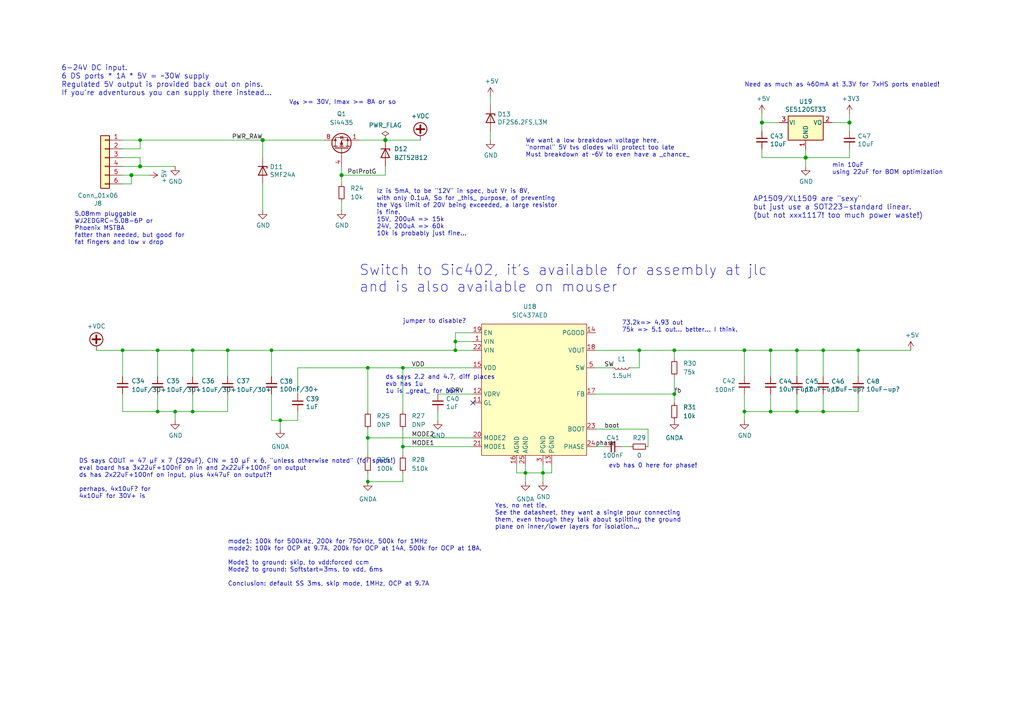
<source format=kicad_sch>
(kicad_sch (version 20211123) (generator eeschema)
  (paper "A4")
  (lib_symbols
    (symbol "Connector_Generic:Conn_01x06" (pin_names (offset 1.016) hide)
      (property "Reference" "J" (at 0 7.62 0))
      (property "Value" "Conn_01x06" (at 0 -10.16 0))
      (symbol "Conn_01x06_1_1"
        (rectangle (start -1.27 -7.493) (end 0 -7.747) (stroke (width 0.1524)))
        (rectangle (start -1.27 -4.953) (end 0 -5.207) (stroke (width 0.1524)))
        (rectangle (start -1.27 -2.413) (end 0 -2.667) (stroke (width 0.1524)))
        (rectangle (start -1.27 0.127) (end 0 -0.127) (stroke (width 0.1524)))
        (rectangle (start -1.27 2.667) (end 0 2.413) (stroke (width 0.1524)))
        (rectangle (start -1.27 5.207) (end 0 4.953) (stroke (width 0.1524)))
        (rectangle (start -1.27 6.35) (end 1.27 -8.89) (stroke (width 0.254)) (fill (type background)))
        (pin passive line (at -5.08 5.08 0) (length 3.81) (name "Pin_1") (number "1"))
        (pin passive line (at -5.08 2.54 0) (length 3.81) (name "Pin_2") (number "2"))
        (pin passive line (at -5.08 0 0) (length 3.81) (name "Pin_3") (number "3"))
        (pin passive line (at -5.08 -2.54 0) (length 3.81) (name "Pin_4") (number "4"))
        (pin passive line (at -5.08 -5.08 0) (length 3.81) (name "Pin_5") (number "5"))
        (pin passive line (at -5.08 -7.62 0) (length 3.81) (name "Pin_6") (number "6"))
      )
    )
    (symbol "Device:C_Small" (pin_numbers hide) (pin_names (offset 0.254) hide)
      (property "Reference" "C" (at 0.254 1.778 0))
      (property "Value" "C_Small" (at 0.254 -2.032 0))
      (symbol "C_Small_0_1"
        (polyline (pts (xy -1.524 -0.508) (xy 1.524 -0.508)) (stroke (width 0.3302)))
        (polyline (pts (xy -1.524 0.508) (xy 1.524 0.508)) (stroke (width 0.3048)))
      )
      (symbol "C_Small_1_1"
        (pin passive line (at 0 2.54 270) (length 2.032) (name "~") (number "1"))
        (pin passive line (at 0 -2.54 90) (length 2.032) (name "~") (number "2"))
      )
    )
    (symbol "Device:D_Zener" (pin_numbers hide) (pin_names (offset 1.016) hide)
      (property "Reference" "D" (at 0 2.54 0))
      (property "Value" "D_Zener" (at 0 -2.54 0))
      (symbol "D_Zener_0_1"
        (polyline (pts (xy 1.27 0) (xy -1.27 0)))
        (polyline (pts (xy -1.27 -1.27) (xy -1.27 1.27) (xy -0.762 1.27)) (stroke (width 0.254)))
        (polyline (pts (xy 1.27 -1.27) (xy 1.27 1.27) (xy -1.27 0) (xy 1.27 -1.27)) (stroke (width 0.254)))
      )
      (symbol "D_Zener_1_1"
        (pin passive line (at -3.81 0 0) (length 2.54) (name "K") (number "1"))
        (pin passive line (at 3.81 0 180) (length 2.54) (name "A") (number "2"))
      )
    )
    (symbol "Device:L_Small" (pin_numbers hide) (pin_names (offset 0.254) hide)
      (property "Reference" "L" (at 0.762 1.016 0))
      (property "Value" "L_Small" (at 0.762 -1.016 0))
      (symbol "L_Small_0_1"
        (arc (start 0 -2.032) (mid 0.508 -1.524) (end 0 -1.016))
        (arc (start 0 -1.016) (mid 0.508 -0.508) (end 0 0))
        (arc (start 0 0) (mid 0.508 0.508) (end 0 1.016))
        (arc (start 0 1.016) (mid 0.508 1.524) (end 0 2.032))
      )
      (symbol "L_Small_1_1"
        (pin passive line (at 0 2.54 270) (length 0.508) (name "~") (number "1"))
        (pin passive line (at 0 -2.54 90) (length 0.508) (name "~") (number "2"))
      )
    )
    (symbol "Device:R_Small" (pin_numbers hide) (pin_names (offset 0.254) hide)
      (property "Reference" "R" (at 0.762 0.508 0))
      (property "Value" "R_Small" (at 0.762 -1.016 0))
      (symbol "R_Small_0_1"
        (rectangle (start -0.762 1.778) (end 0.762 -1.778) (stroke (width 0.2032)))
      )
      (symbol "R_Small_1_1"
        (pin passive line (at 0 2.54 270) (length 0.762) (name "~") (number "1"))
        (pin passive line (at 0 -2.54 90) (length 0.762) (name "~") (number "2"))
      )
    )
    (symbol "Diode:BZT52Bxx" (pin_numbers hide) (pin_names (offset 1.016) hide)
      (property "Reference" "D" (at 0 2.54 0))
      (property "Value" "BZT52Bxx" (at 0 -2.54 0))
      (symbol "BZT52Bxx_0_1"
        (polyline (pts (xy 1.27 0) (xy -1.27 0)))
        (polyline (pts (xy -1.27 -1.27) (xy -1.27 1.27) (xy -0.762 1.27)) (stroke (width 0.254)))
        (polyline (pts (xy 1.27 -1.27) (xy 1.27 1.27) (xy -1.27 0) (xy 1.27 -1.27)) (stroke (width 0.254)))
      )
      (symbol "BZT52Bxx_1_1"
        (pin passive line (at -3.81 0 0) (length 2.54) (name "K") (number "1"))
        (pin passive line (at 3.81 0 180) (length 2.54) (name "A") (number "2"))
      )
    )
    (symbol "Regulator_Linear:AMS1117-3.3" (pin_names (offset 0.254))
      (property "Reference" "U" (at -3.81 3.175 0))
      (property "Value" "AMS1117-3.3" (at 0 3.175 0))
      (symbol "AMS1117-3.3_0_1"
        (rectangle (start -5.08 -5.08) (end 5.08 1.905) (stroke (width 0.254)) (fill (type background)))
      )
      (symbol "AMS1117-3.3_1_1"
        (pin power_in line (at 0 -7.62 90) (length 2.54) (name "GND") (number "1"))
        (pin power_out line (at 7.62 0 180) (length 2.54) (name "VO") (number "2"))
        (pin power_in line (at -7.62 0 0) (length 2.54) (name "VI") (number "3"))
      )
    )
    (symbol "Regulator_Switching:SiC437AED"
      (property "Reference" "U" (at 15.24 20.32 0))
      (property "Value" "SiC437AED" (at -15.24 20.32 0))
      (symbol "SiC437AED_0_0"
        (pin passive line (at -17.78 -5.08 0) (length 2.54) hide (name "GL") (number "10"))
        (pin input line (at -17.78 -5.08 0) (length 2.54) (name "GL") (number "11"))
        (pin input line (at -17.78 -2.54 0) (length 2.54) (name "VDRV") (number "12"))
        (pin power_in line (at 5.08 -22.86 90) (length 2.54) (name "PGND") (number "13"))
        (pin input line (at -17.78 15.24 0) (length 2.54) (name "EN") (number "19"))
        (pin passive line (at -17.78 -5.08 0) (length 2.54) hide (name "GL") (number "28"))
        (pin input line (at 17.78 5.08 180) (length 2.54) (name "SW") (number "5"))
      )
      (symbol "SiC437AED_0_1"
        (rectangle (start -15.24 17.78) (end 15.24 -20.32) (stroke (width 0.1524)) (fill (type background)))
      )
      (symbol "SiC437AED_1_1"
        (pin power_in line (at -17.78 12.7 0) (length 2.54) (name "VIN") (number "1"))
        (pin output line (at 17.78 15.24 180) (length 2.54) (name "PGOOD") (number "14"))
        (pin power_in line (at -17.78 5.08 0) (length 2.54) (name "VDD") (number "15"))
        (pin power_in line (at -5.08 -22.86 90) (length 2.54) (name "AGND") (number "16"))
        (pin input line (at 17.78 -2.54 180) (length 2.54) (name "FB") (number "17"))
        (pin power_out line (at 17.78 10.16 180) (length 2.54) (name "VOUT") (number "18"))
        (pin input line (at -17.78 -15.24 0) (length 2.54) (name "MODE2") (number "20"))
        (pin input line (at -17.78 -17.78 0) (length 2.54) (name "MODE1") (number "21"))
        (pin power_in line (at -17.78 10.16 0) (length 2.54) (name "VIN") (number "22"))
        (pin input line (at 17.78 -12.7 180) (length 2.54) (name "BOOT") (number "23"))
        (pin input line (at 17.78 -17.78 180) (length 2.54) (name "PHASE") (number "24"))
        (pin power_in line (at -2.54 -22.86 90) (length 2.54) (name "AGND") (number "25"))
        (pin power_in line (at 2.54 -22.86 90) (length 2.54) (name "PGND") (number "3"))
      )
    )
    (symbol "Transistor_FET:IRF7404" (pin_names hide)
      (property "Reference" "Q" (at 5.08 1.905 0))
      (property "Value" "IRF7404" (at 5.08 0 0))
      (symbol "IRF7404_0_1"
        (polyline (pts (xy 0.254 0) (xy -2.54 0)))
        (polyline (pts (xy 0.254 1.905) (xy 0.254 -1.905)) (stroke (width 0.254)))
        (polyline (pts (xy 0.762 -1.27) (xy 0.762 -2.286)) (stroke (width 0.254)))
        (polyline (pts (xy 0.762 0.508) (xy 0.762 -0.508)) (stroke (width 0.254)))
        (polyline (pts (xy 0.762 2.286) (xy 0.762 1.27)) (stroke (width 0.254)))
        (polyline (pts (xy 2.54 2.54) (xy 2.54 1.778)))
        (polyline (pts (xy 2.54 -2.54) (xy 2.54 0) (xy 0.762 0)))
        (polyline (pts (xy 0.762 1.778) (xy 3.302 1.778) (xy 3.302 -1.778) (xy 0.762 -1.778)))
        (polyline (pts (xy 2.286 0) (xy 1.27 0.381) (xy 1.27 -0.381) (xy 2.286 0)) (fill (type outline)))
        (polyline (pts (xy 2.794 -0.508) (xy 2.921 -0.381) (xy 3.683 -0.381) (xy 3.81 -0.254)))
        (polyline (pts (xy 3.302 -0.381) (xy 2.921 0.254) (xy 3.683 0.254) (xy 3.302 -0.381)))
        (circle (center 1.651 0) (radius 2.794) (stroke (width 0.254)))
        (circle (center 2.54 -1.778) (radius 0.254) (fill (type outline)))
        (circle (center 2.54 1.778) (radius 0.254) (fill (type outline)))
      )
      (symbol "IRF7404_1_1"
        (pin passive line (at 2.54 -5.08 90) (length 2.54) (name "S") (number "1"))
        (pin passive line (at 2.54 -5.08 90) (length 2.54) hide (name "S") (number "2"))
        (pin passive line (at 2.54 -5.08 90) (length 2.54) hide (name "S") (number "3"))
        (pin passive line (at -5.08 0 0) (length 2.54) (name "G") (number "4"))
        (pin passive line (at 2.54 5.08 270) (length 2.54) hide (name "D") (number "5"))
        (pin passive line (at 2.54 5.08 270) (length 2.54) hide (name "D") (number "6"))
        (pin passive line (at 2.54 5.08 270) (length 2.54) hide (name "D") (number "7"))
        (pin passive line (at 2.54 5.08 270) (length 2.54) (name "D") (number "8"))
      )
    )
    (symbol "power:+3V3" (power) (pin_names (offset 0))
      (property "Value" "+3V3" (at 0 3.556 0))
      (symbol "+3V3_0_1"
        (polyline (pts (xy -0.762 1.27) (xy 0 2.54)))
        (polyline (pts (xy 0 0) (xy 0 2.54)))
        (polyline (pts (xy 0 2.54) (xy 0.762 1.27)))
      )
      (symbol "+3V3_1_1"
        (pin power_in line (at 0 0 90) (length 0) hide (name "+3V3") (number "1"))
      )
    )
    (symbol "power:+5V" (power) (pin_names (offset 0))
      (property "Value" "+5V" (at 0 3.556 0))
      (symbol "+5V_0_1"
        (polyline (pts (xy -0.762 1.27) (xy 0 2.54)))
        (polyline (pts (xy 0 0) (xy 0 2.54)))
        (polyline (pts (xy 0 2.54) (xy 0.762 1.27)))
      )
      (symbol "+5V_1_1"
        (pin power_in line (at 0 0 90) (length 0) hide (name "+5V") (number "1"))
      )
    )
    (symbol "power:+VDC" (power) (pin_names (offset 0))
      (property "Value" "+VDC" (at 0 6.35 0))
      (symbol "+VDC_0_1"
        (polyline (pts (xy -1.143 3.175) (xy 1.143 3.175)) (stroke (width 0.508)))
        (polyline (pts (xy 0 0) (xy 0 1.27)))
        (polyline (pts (xy 0 2.032) (xy 0 4.318)) (stroke (width 0.508)))
        (circle (center 0 3.175) (radius 1.905) (stroke (width 0.254)))
      )
      (symbol "+VDC_1_1"
        (pin power_in line (at 0 0 90) (length 0) hide (name "+VDC") (number "1"))
      )
    )
    (symbol "power:GND" (power) (pin_names (offset 0))
      (property "Value" "GND" (at 0 -3.81 0))
      (symbol "GND_0_1"
        (polyline (pts (xy 0 0) (xy 0 -1.27) (xy 1.27 -1.27) (xy 0 -2.54) (xy -1.27 -1.27) (xy 0 -1.27)))
      )
      (symbol "GND_1_1"
        (pin power_in line (at 0 0 270) (length 0) hide (name "GND") (number "1"))
      )
    )
    (symbol "power:GNDA" (power) (pin_names (offset 0))
      (property "Value" "GNDA" (at 0 -3.81 0))
      (symbol "GNDA_0_1"
        (polyline (pts (xy 0 0) (xy 0 -1.27) (xy 1.27 -1.27) (xy 0 -2.54) (xy -1.27 -1.27) (xy 0 -1.27)))
      )
      (symbol "GNDA_1_1"
        (pin power_in line (at 0 0 270) (length 0) hide (name "GNDA") (number "1"))
      )
    )
    (symbol "power:PWR_FLAG" (power) (pin_numbers hide) (pin_names (offset 0) hide)
      (property "Value" "PWR_FLAG" (at 0 3.81 0))
      (symbol "PWR_FLAG_0_0"
        (pin power_out line (at 0 0 90) (length 0) (name "pwr") (number "1"))
      )
      (symbol "PWR_FLAG_0_1"
        (polyline (pts (xy 0 0) (xy 0 1.27) (xy -1.016 1.905) (xy 0 2.54) (xy 1.016 1.905) (xy 0 1.27)))
      )
    )
  )
  (junction (at 231.14 119.38))
  (junction (at 195.58 101.6))
  (junction (at 233.68 45.72) (diameter 1.016))
  (junction (at 132.08 101.6))
  (junction (at 55.88 101.6))
  (junction (at 81.28 121.92))
  (junction (at 157.48 137.16))
  (junction (at 231.14 101.6))
  (junction (at 38.1 50.8) (diameter 1.016))
  (junction (at 78.74 101.6))
  (junction (at 220.98 35.56) (diameter 1.016))
  (junction (at 223.52 101.6))
  (junction (at 195.58 114.3))
  (junction (at 152.4 137.16))
  (junction (at 215.9 101.6))
  (junction (at 106.68 127))
  (junction (at 66.04 101.6))
  (junction (at 35.56 101.6))
  (junction (at 215.9 119.38))
  (junction (at 55.88 119.38))
  (junction (at 106.68 139.7))
  (junction (at 45.72 101.6))
  (junction (at 45.72 119.38))
  (junction (at 223.52 119.38))
  (junction (at 76.2 40.64) (diameter 1.016))
  (junction (at 116.84 106.68))
  (junction (at 132.08 99.06))
  (junction (at 238.76 119.38))
  (junction (at 40.64 48.26) (diameter 1.016))
  (junction (at 238.76 101.6))
  (junction (at 246.38 35.56) (diameter 1.016))
  (junction (at 106.68 106.68))
  (junction (at 185.42 101.6))
  (junction (at 50.8 119.38))
  (junction (at 116.84 129.54))
  (junction (at 248.92 101.6))
  (junction (at 111.76 40.64) (diameter 1.016))
  (junction (at 99.06 50.8) (diameter 1.016))
  (junction (at 40.64 40.64))
  (no_connect (at 137.16 116.84))
  (wire (pts (xy 223.52 101.6) (xy 223.52 109.22)))
  (wire (pts (xy 86.36 119.38) (xy 86.36 121.92)))
  (wire (pts (xy 180.34 129.54) (xy 182.88 129.54)))
  (wire (pts (xy 106.68 137.16) (xy 106.68 139.7)))
  (wire (pts (xy 76.2 45.72) (xy 76.2 40.64)))
  (wire (pts (xy 160.02 134.62) (xy 160.02 137.16)))
  (wire (pts (xy 55.88 119.38) (xy 66.04 119.38)))
  (wire (pts (xy 182.88 106.68) (xy 185.42 106.68)))
  (wire (pts (xy 238.76 101.6) (xy 248.92 101.6)))
  (wire (pts (xy 66.04 101.6) (xy 78.74 101.6)))
  (wire (pts (xy 160.02 137.16) (xy 157.48 137.16)))
  (wire (pts (xy 35.56 45.72) (xy 40.64 45.72)))
  (wire (pts (xy 220.98 43.18) (xy 220.98 45.72)))
  (wire (pts (xy 127 119.38) (xy 127 121.92)))
  (wire (pts (xy 248.92 101.6) (xy 248.92 109.22)))
  (wire (pts (xy 172.72 129.54) (xy 175.26 129.54)))
  (wire (pts (xy 223.52 119.38) (xy 231.14 119.38)))
  (wire (pts (xy 248.92 119.38) (xy 238.76 119.38)))
  (wire (pts (xy 116.84 106.68) (xy 137.16 106.68)))
  (wire (pts (xy 241.3 35.56) (xy 246.38 35.56)))
  (wire (pts (xy 40.64 48.26) (xy 50.8 48.26)))
  (wire (pts (xy 246.38 35.56) (xy 246.38 33.02)))
  (wire (pts (xy 35.56 40.64) (xy 40.64 40.64)))
  (wire (pts (xy 35.56 43.18) (xy 40.64 43.18)))
  (wire (pts (xy 248.92 114.3) (xy 248.92 119.38)))
  (wire (pts (xy 35.56 48.26) (xy 40.64 48.26)))
  (wire (pts (xy 86.36 106.68) (xy 86.36 114.3)))
  (wire (pts (xy 231.14 114.3) (xy 231.14 119.38)))
  (wire (pts (xy 137.16 99.06) (xy 132.08 99.06)))
  (wire (pts (xy 40.64 45.72) (xy 40.64 48.26)))
  (wire (pts (xy 50.8 119.38) (xy 55.88 119.38)))
  (wire (pts (xy 220.98 35.56) (xy 226.06 35.56)))
  (wire (pts (xy 66.04 101.6) (xy 66.04 109.22)))
  (wire (pts (xy 215.9 119.38) (xy 215.9 121.92)))
  (wire (pts (xy 99.06 58.42) (xy 99.06 60.96)))
  (wire (pts (xy 233.68 45.72) (xy 246.38 45.72)))
  (wire (pts (xy 223.52 101.6) (xy 231.14 101.6)))
  (wire (pts (xy 99.06 50.8) (xy 99.06 48.26)))
  (wire (pts (xy 35.56 53.34) (xy 38.1 53.34)))
  (wire (pts (xy 111.76 40.64) (xy 121.92 40.64)))
  (wire (pts (xy 106.68 127) (xy 137.16 127)))
  (wire (pts (xy 40.64 40.64) (xy 40.64 43.18)))
  (wire (pts (xy 55.88 101.6) (xy 66.04 101.6)))
  (wire (pts (xy 116.84 106.68) (xy 106.68 106.68)))
  (wire (pts (xy 233.68 45.72) (xy 233.68 48.26)))
  (wire (pts (xy 220.98 33.02) (xy 220.98 35.56)))
  (wire (pts (xy 35.56 101.6) (xy 45.72 101.6)))
  (wire (pts (xy 116.84 106.68) (xy 116.84 119.38)))
  (wire (pts (xy 172.72 114.3) (xy 195.58 114.3)))
  (wire (pts (xy 40.64 40.64) (xy 76.2 40.64)))
  (wire (pts (xy 35.56 109.22) (xy 35.56 101.6)))
  (wire (pts (xy 76.2 40.64) (xy 93.98 40.64)))
  (wire (pts (xy 231.14 119.38) (xy 238.76 119.38)))
  (wire (pts (xy 233.68 43.18) (xy 233.68 45.72)))
  (wire (pts (xy 104.14 40.64) (xy 111.76 40.64)))
  (wire (pts (xy 111.76 48.26) (xy 111.76 50.8)))
  (wire (pts (xy 106.68 127) (xy 106.68 132.08)))
  (wire (pts (xy 78.74 121.92) (xy 81.28 121.92)))
  (wire (pts (xy 45.72 114.3) (xy 45.72 119.38)))
  (wire (pts (xy 132.08 101.6) (xy 137.16 101.6)))
  (wire (pts (xy 35.56 50.8) (xy 38.1 50.8)))
  (wire (pts (xy 116.84 137.16) (xy 116.84 139.7)))
  (wire (pts (xy 106.68 106.68) (xy 86.36 106.68)))
  (wire (pts (xy 152.4 137.16) (xy 157.48 137.16)))
  (wire (pts (xy 132.08 96.52) (xy 132.08 99.06)))
  (wire (pts (xy 185.42 101.6) (xy 195.58 101.6)))
  (wire (pts (xy 185.42 101.6) (xy 185.42 106.68)))
  (wire (pts (xy 38.1 53.34) (xy 38.1 50.8)))
  (wire (pts (xy 152.4 137.16) (xy 152.4 139.7)))
  (wire (pts (xy 106.68 106.68) (xy 106.68 119.38)))
  (wire (pts (xy 223.52 114.3) (xy 223.52 119.38)))
  (wire (pts (xy 27.94 101.6) (xy 35.56 101.6)))
  (wire (pts (xy 78.74 114.3) (xy 78.74 121.92)))
  (wire (pts (xy 116.84 139.7) (xy 106.68 139.7)))
  (wire (pts (xy 81.28 121.92) (xy 81.28 124.46)))
  (wire (pts (xy 246.38 45.72) (xy 246.38 43.18)))
  (wire (pts (xy 157.48 134.62) (xy 157.48 137.16)))
  (wire (pts (xy 66.04 114.3) (xy 66.04 119.38)))
  (wire (pts (xy 149.86 137.16) (xy 152.4 137.16)))
  (wire (pts (xy 231.14 101.6) (xy 238.76 101.6)))
  (wire (pts (xy 76.2 53.34) (xy 76.2 60.96)))
  (wire (pts (xy 45.72 101.6) (xy 45.72 109.22)))
  (wire (pts (xy 238.76 101.6) (xy 238.76 109.22)))
  (wire (pts (xy 195.58 114.3) (xy 195.58 116.84)))
  (wire (pts (xy 78.74 101.6) (xy 132.08 101.6)))
  (wire (pts (xy 116.84 129.54) (xy 137.16 129.54)))
  (wire (pts (xy 99.06 50.8) (xy 99.06 53.34)))
  (wire (pts (xy 149.86 134.62) (xy 149.86 137.16)))
  (wire (pts (xy 195.58 109.22) (xy 195.58 114.3)))
  (wire (pts (xy 157.48 137.16) (xy 157.48 139.7)))
  (wire (pts (xy 45.72 119.38) (xy 50.8 119.38)))
  (wire (pts (xy 187.96 124.46) (xy 187.96 129.54)))
  (wire (pts (xy 55.88 114.3) (xy 55.88 119.38)))
  (wire (pts (xy 248.92 101.6) (xy 264.16 101.6)))
  (wire (pts (xy 172.72 124.46) (xy 187.96 124.46)))
  (wire (pts (xy 215.9 114.3) (xy 215.9 119.38)))
  (wire (pts (xy 86.36 121.92) (xy 81.28 121.92)))
  (wire (pts (xy 152.4 134.62) (xy 152.4 137.16)))
  (wire (pts (xy 35.56 119.38) (xy 45.72 119.38)))
  (wire (pts (xy 215.9 101.6) (xy 223.52 101.6)))
  (wire (pts (xy 35.56 114.3) (xy 35.56 119.38)))
  (wire (pts (xy 220.98 45.72) (xy 233.68 45.72)))
  (wire (pts (xy 132.08 99.06) (xy 132.08 101.6)))
  (wire (pts (xy 172.72 106.68) (xy 177.8 106.68)))
  (wire (pts (xy 137.16 96.52) (xy 132.08 96.52)))
  (wire (pts (xy 142.24 27.94) (xy 142.24 30.48)))
  (wire (pts (xy 116.84 129.54) (xy 116.84 132.08)))
  (wire (pts (xy 111.76 50.8) (xy 99.06 50.8)))
  (wire (pts (xy 116.84 124.46) (xy 116.84 129.54)))
  (wire (pts (xy 215.9 101.6) (xy 215.9 109.22)))
  (wire (pts (xy 127 114.3) (xy 137.16 114.3)))
  (wire (pts (xy 246.38 35.56) (xy 246.38 38.1)))
  (wire (pts (xy 78.74 101.6) (xy 78.74 109.22)))
  (wire (pts (xy 38.1 50.8) (xy 43.18 50.8)))
  (wire (pts (xy 220.98 35.56) (xy 220.98 38.1)))
  (wire (pts (xy 215.9 119.38) (xy 223.52 119.38)))
  (wire (pts (xy 45.72 101.6) (xy 55.88 101.6)))
  (wire (pts (xy 55.88 101.6) (xy 55.88 109.22)))
  (wire (pts (xy 106.68 124.46) (xy 106.68 127)))
  (wire (pts (xy 172.72 101.6) (xy 185.42 101.6)))
  (wire (pts (xy 195.58 101.6) (xy 215.9 101.6)))
  (wire (pts (xy 142.24 40.64) (xy 142.24 38.1)))
  (wire (pts (xy 231.14 101.6) (xy 231.14 109.22)))
  (wire (pts (xy 50.8 119.38) (xy 50.8 121.92)))
  (wire (pts (xy 195.58 104.14) (xy 195.58 101.6)))
  (wire (pts (xy 238.76 114.3) (xy 238.76 119.38)))
  (text "We want a low breakdown voltage here,\n\"normal\" 5V tvs diodes will protect too late\nMust breakdown at ~6V to even have a _chance_" (at 152.4 45.72 0) (effects (font (size 1.27 1.27)) (justify left bottom)))
  (text "evb has 0 here for phase!" (at 176.53 135.89 0) (effects (font (size 1.27 1.27)) (justify left bottom)))
  (text "6-24V DC input.\n6 DS ports * 1A * 5V = ~30W supply\nRegulated 5V output is provided back out on pins.\nIf you're adventurous you can supply there instead..." (at 17.78 27.94 0) (effects (font (size 1.499 1.499)) (justify left bottom)))
  (text "AP1509/XL1509 are \"sexy\"\nbut just use a SOT223-standard linear.\n(but not xxx1117! too much power waste!)" (at 218.44 63.5 0) (effects (font (size 1.4986 1.4986)) (justify left bottom)))
  (text "DS says COUT = 47 μF x 7 (329uF), CIN = 10 μF x 6, \"unless otherwise noted\" (for specs!)\neval board hsa 3x22uF+100nF on in and 2x22uF+100nF on output\nds has 2x22uF+100nf on input, plus 4x47uF on output?!\n\nperhaps, 4x10uF? for \n4x10uF for 30V+ is " (at 22.86 144.78 0) (effects (font (size 1.27 1.27)) (justify left bottom)))
  (text "Need as much as 460mA at 3.3V for 7xHS ports enabled!" (at 215.9 25.4 0) (effects (font (size 1.27 1.27)) (justify left bottom)))
  (text "V_{ds} >= 30V, Imax >= 8A or so" (at 83.82 30.48 0) (effects (font (size 1.27 1.27)) (justify left bottom)))
  (text "Yes, no net tie.\nSee the datasheet, they want a single pour connecting\nthem, even though they talk about splitting the ground\nplane on inner/lower layers for isolation..." (at 143.51 153.67 0) (effects (font (size 1.27 1.27)) (justify left bottom)))
  (text "Iz is 5mA, to be \"12V\" in spec, but Vr is 8V,\nwith only 0.1uA, So for _this_ purpose, of preventing\nthe Vgs limit of 20V being exceeded, a large resistor\nis fine.\n15V, 200uA => 15k\n24V, 200uA => 60k\n10k is probably just fine..." (at 109.22 68.58 0) (effects (font (size 1.27 1.27)) (justify left bottom)))
  (text "73.2k=> 4.93 out\n75k => 5.1 out... better... I think." (at 180.34 96.52 0) (effects (font (size 1.27 1.27)) (justify left bottom)))
  (text "min 10uF\nusing 22uF for BOM optimization" (at 241.3 50.8 0) (effects (font (size 1.27 1.27)) (justify left bottom)))
  (text "5.08mm pluggable\nWJ2EDGRC-5.08-6P or\nPhoenix MSTBA\nfatter than needed, but good for\nfat fingers and low v drop\n" (at 21.59 71.12 0) (effects (font (size 1.27 1.27)) (justify left bottom)))
  (text "jumper to disable?" (at 116.84 93.98 0) (effects (font (size 1.27 1.27)) (justify left bottom)))
  (text "ds says 2.2 and 4.7, diff places\nevb has 1u\n1u is _great_ for bom" (at 111.76 114.3 0) (effects (font (size 1.27 1.27)) (justify left bottom)))
  (text "mode1: 100k for 500kHz, 200k for 750kHz, 500k for 1MHz\nmode2: 100k for OCP at 9.7A, 200k for OCP at 14A, 500k for OCP at 18A.\n\nMode1 to ground: skip, to vdd:forced ccm\nMode2 to ground: Softstart=3ms, to vdd, 6ms\n\nConclusion: default SS 3ms, skip mode, 1MHz, OCP at 9.7A" (at 66.04 170.18 0) (effects (font (size 1.27 1.27)) (justify left bottom)))
  (text "Switch to Sic402, it's available for assembly at jlc\nand is also available on mouser" (at 104.14 85.09 0) (effects (font (size 3 3)) (justify left bottom)))
  (label "SW" (at 175.26 106.68 0))
  (label "VDRV" (at 129.54 114.3 0))
  (label "MODE1" (at 119.38 129.54 0))
  (label "PWR_RAW" (at 76.2 40.64 180))
  (label "MODE2" (at 119.38 127 0))
  (label "PolProtG" (at 109.22 50.8 180))
  (label "phase" (at 172.72 129.54 0))
  (label "fb" (at 195.58 114.3 0))
  (label "boot" (at 175.26 124.46 0))
  (label "VDD" (at 119.38 106.68 0))
  (symbol (lib_id "Device:R_Small") (at 106.68 121.92 180) (unit 1)
    (property "Reference" "R25" (at 109.22 120.6499 0) (effects (justify right)))
    (property "Value" "DNP" (at 109.22 123.1899 0) (effects (justify right)))
    (property "Footprint" "Resistor_SMD:R_0603_1608Metric" (effects hide))
  )
  (symbol (lib_id "Device:C_Small") (at 238.76 111.76 0) (unit 1)
    (property "Reference" "C46" (at 241.0968 110.617 0) (effects (justify left)))
    (property "Value" "10uF-up?" (at 241.0714 112.903 0) (effects (justify left)))
    (property "Footprint" "Capacitor_SMD:C_0603_1608Metric" (effects hide))
    (property "MPN" "CL10A106KP8NNNC" (effects hide))
    (property "lcsc#" "C19702" (effects hide))
    (property "jlc-basic" "1" (effects hide))
  )
  (symbol (lib_id "Device:R_Small") (at 106.68 134.62 180) (unit 1)
    (property "Reference" "R26" (at 109.22 133.3499 0) (effects (justify right)))
    (property "Value" "100k" (at 109.22 135.8899 0) (effects (justify right)))
    (property "Footprint" "Resistor_SMD:R_0603_1608Metric" (effects hide))
    (property "MPN" "0603WAF1003T5E" (effects hide))
    (property "jlc-basic" "1" (effects hide))
    (property "lcsc#" "C25803" (effects hide))
  )
  (symbol (lib_id "power:GND") (at 142.24 40.64 0) (unit 1)
    (property "Reference" "#PWR089" (effects hide))
    (property "Value" "GND" (at 142.367 45.0342 0))
  )
  (symbol (lib_id "Device:C_Small") (at 45.72 111.76 0) (unit 1)
    (property "Reference" "C35" (at 48.26 110.4962 0) (effects (justify left)))
    (property "Value" "10uF/30+" (at 48.26 113.0362 0) (effects (justify left)))
    (property "Footprint" "Capacitor_SMD:C_1206_3216Metric" (effects hide))
    (property "MPN" "CL31A106KBHNNNE" (effects hide))
    (property "lcsc#" "C13585 " (effects hide))
    (property "jlc-basic" "1" (effects hide))
  )
  (symbol (lib_id "power:GND") (at 127 121.92 0) (unit 1)
    (property "Reference" "#PWR087" (effects hide))
    (property "Value" "GND" (at 127.127 126.3142 0))
  )
  (symbol (lib_id "Device:C_Small") (at 177.8 129.54 270) (unit 1)
    (property "Reference" "C41" (at 177.8 127 90))
    (property "Value" "100nF" (at 177.8 132.08 90))
    (property "Footprint" "Capacitor_SMD:C_0603_1608Metric" (effects hide))
    (property "MPN" "CC0603KRX7R9BB104 " (effects hide))
    (property "lcsc#" " C14663 " (effects hide))
    (property "jlc-basic" "1" (effects hide))
  )
  (symbol (lib_id "Device:C_Small") (at 127 116.84 0) (unit 1)
    (property "Reference" "C40" (at 129.3368 115.697 0) (effects (justify left)))
    (property "Value" "1uF" (at 129.3114 117.983 0) (effects (justify left)))
    (property "Footprint" "Capacitor_SMD:C_0603_1608Metric" (effects hide))
    (property "MPN" "CL10A105KB8NNNC" (effects hide))
    (property "jlc-basic" "1" (effects hide))
    (property "lcsc#" "C15849" (effects hide))
  )
  (symbol (lib_id "power:GNDA") (at 106.68 139.7 0) (unit 1)
    (property "Reference" "#PWR085" (effects hide))
    (property "Value" "GNDA" (at 106.68 144.78 0))
  )
  (symbol (lib_id "power:+5V") (at 264.16 101.6 0) (unit 1)
    (property "Reference" "#PWR097" (effects hide))
    (property "Value" "+5V" (at 264.541 97.2058 0))
  )
  (symbol (lib_id "Diode:BZT52Bxx") (at 111.76 44.45 270) (unit 1)
    (property "Reference" "D12" (at 114.3 43.1799 90) (effects (justify left)))
    (property "Value" "BZT52B12" (at 114.3 45.7199 90) (effects (justify left)))
    (property "Footprint" "Diode_SMD:D_SOD-123" (effects hide))
    (property "Datasheet" "https://diotec.com/tl_files/diotec/files/pdf/datasheets/bzt52b2v4.pdf" (effects hide))
    (property "MPN" "BZT52-C12" (effects hide))
  )
  (symbol (lib_id "power:GNDA") (at 81.28 124.46 0) (unit 1)
    (property "Reference" "#PWR083" (effects hide))
    (property "Value" "GNDA" (at 81.28 129.54 0))
  )
  (symbol (lib_id "Device:R_Small") (at 99.06 55.88 0) (unit 1)
    (property "Reference" "R24" (at 101.6 54.61 0) (effects (justify left)))
    (property "Value" "10k" (at 101.6 57.15 0) (effects (justify left)))
    (property "Footprint" "Resistor_SMD:R_0603_1608Metric" (effects hide))
    (property "MPN" "0603WAF1002T5E" (effects hide))
    (property "jlc-basic" "1" (effects hide))
    (property "lcsc#" "C25804" (effects hide))
  )
  (symbol (lib_id "power:PWR_FLAG") (at 111.76 40.64 0) (unit 1)
    (property "Reference" "#FLG02" (effects hide))
    (property "Value" "PWR_FLAG" (at 111.76 36.3156 0))
  )
  (symbol (lib_id "power:GND") (at 50.8 121.92 0) (unit 1)
    (property "Reference" "#PWR081" (effects hide))
    (property "Value" "GND" (at 50.927 126.3142 0))
  )
  (symbol (lib_id "power:+VDC") (at 121.92 40.64 0) (unit 1)
    (property "Reference" "#PWR086" (effects hide))
    (property "Value" "+VDC" (at 121.92 33.655 0))
  )
  (symbol (lib_id "Device:D_Zener") (at 142.24 34.29 270) (unit 1)
    (property "Reference" "D13" (at 144.272 33.147 90) (effects (justify left)))
    (property "Value" "DF2S6.2FS,L3M" (at 144.272 35.433 90) (effects (justify left)))
    (property "Footprint" "Diode_SMD:D_SOD-923" (effects hide))
  )
  (symbol (lib_id "power:GND") (at 99.06 60.96 0) (unit 1)
    (property "Reference" "#PWR084" (effects hide))
    (property "Value" "GND" (at 99.187 65.3542 0))
  )
  (symbol (lib_id "Device:C_Small") (at 78.74 111.76 0) (unit 1)
    (property "Reference" "C38" (at 81.0768 110.617 0) (effects (justify left)))
    (property "Value" "100nF/30+" (at 81.0514 112.903 0) (effects (justify left)))
    (property "Footprint" "Capacitor_SMD:C_0603_1608Metric" (effects hide))
    (property "MPN" "CC0603KRX7R9BB104 " (effects hide))
    (property "lcsc#" " C14663" (effects hide))
    (property "jlc-basic" "1" (effects hide))
  )
  (symbol (lib_id "Device:C_Small") (at 246.38 40.64 0) (unit 1)
    (property "Reference" "C47" (at 248.7168 39.497 0) (effects (justify left)))
    (property "Value" "10uF" (at 248.6914 41.783 0) (effects (justify left)))
    (property "Footprint" "Capacitor_SMD:C_0603_1608Metric" (effects hide))
    (property "MPN" "CL10A106KP8NNNC" (effects hide))
    (property "lcsc#" "C19702" (effects hide))
    (property "jlc-basic" "1" (effects hide))
  )
  (symbol (lib_id "Device:C_Small") (at 55.88 111.76 0) (unit 1)
    (property "Reference" "C36" (at 58.42 110.4962 0) (effects (justify left)))
    (property "Value" "10uF/30+" (at 58.42 113.0362 0) (effects (justify left)))
    (property "Footprint" "Capacitor_SMD:C_1206_3216Metric" (effects hide))
    (property "MPN" "CL31A106KBHNNNE" (effects hide))
    (property "lcsc#" "C13585 " (effects hide))
    (property "jlc-basic" "1" (effects hide))
  )
  (symbol (lib_id "power:+5V") (at 43.18 50.8 270) (unit 1)
    (property "Reference" "#PWR079" (effects hide))
    (property "Value" "+5V" (at 47.5742 51.181 0))
  )
  (symbol (lib_id "Device:C_Small") (at 231.14 111.76 0) (unit 1)
    (property "Reference" "C45" (at 233.4768 110.617 0) (effects (justify left)))
    (property "Value" "10uF-up?" (at 233.4514 112.903 0) (effects (justify left)))
    (property "Footprint" "Capacitor_SMD:C_0603_1608Metric" (effects hide))
    (property "MPN" "CL10A106KP8NNNC" (effects hide))
    (property "lcsc#" "C19702" (effects hide))
    (property "jlc-basic" "1" (effects hide))
  )
  (symbol (lib_id "power:GNDA") (at 152.4 139.7 0) (unit 1)
    (property "Reference" "#PWR090" (effects hide))
    (property "Value" "GNDA" (at 152.4 144.78 0))
  )
  (symbol (lib_id "power:+5V") (at 142.24 27.94 0) (unit 1)
    (property "Reference" "#PWR088" (effects hide))
    (property "Value" "+5V" (at 142.621 23.5458 0))
  )
  (symbol (lib_id "Device:C_Small") (at 215.9 111.76 0) (unit 1)
    (property "Reference" "C42" (at 213.36 110.4962 0) (effects (justify right)))
    (property "Value" "100nF" (at 213.36 113.0362 0) (effects (justify right)))
    (property "Footprint" "Capacitor_SMD:C_0603_1608Metric" (effects hide))
    (property "MPN" "CC0603KRX7R9BB104 " (effects hide))
    (property "lcsc#" " C14663 " (effects hide))
    (property "jlc-basic" "1" (effects hide))
  )
  (symbol (lib_id "Device:R_Small") (at 195.58 106.68 0) (unit 1)
    (property "Reference" "R30" (at 198.12 105.4099 0) (effects (justify left)))
    (property "Value" "75k" (at 198.12 107.9499 0) (effects (justify left)))
    (property "Footprint" "Resistor_SMD:R_0603_1608Metric" (effects hide))
    (property "MPN" "0603WAF7502T5E" (effects hide))
    (property "jlc-basic" "1" (effects hide))
    (property "lcsc#" "C23242" (effects hide))
  )
  (symbol (lib_id "Device:D_Zener") (at 76.2 49.53 270) (unit 1)
    (property "Reference" "D11" (at 78.232 48.387 90) (effects (justify left)))
    (property "Value" "SMF24A" (at 78.232 50.673 90) (effects (justify left)))
    (property "Footprint" "Diode_SMD:D_SOD-123F" (effects hide))
  )
  (symbol (lib_id "power:GND") (at 215.9 121.92 0) (unit 1)
    (property "Reference" "#PWR093" (effects hide))
    (property "Value" "GND" (at 216.027 126.3142 0))
  )
  (symbol (lib_id "Connector_Generic:Conn_01x06") (at 30.48 45.72 0) (mirror y) (unit 1)
    (property "Reference" "J8" (at 28.3972 59.0042 0))
    (property "Value" "Conn_01x06" (at 28.3972 56.6928 0))
    (property "Footprint" "Connector_Phoenix_MSTB:PhoenixContact_MSTBA_2,5_6-G-5,08_1x06_P5.08mm_Horizontal" (effects hide))
  )
  (symbol (lib_id "Transistor_FET:IRF7404") (at 99.06 43.18 90) (unit 1)
    (property "Reference" "Q1" (at 99.06 33.02 90))
    (property "Value" "Si4435" (at 99.06 35.56 90))
    (property "Footprint" "Package_SO:SOIC-8_3.9x4.9mm_P1.27mm" (effects hide))
    (property "Datasheet" "http://www.infineon.com/dgdl/irf7404.pdf?fileId=5546d462533600a4015355fa2b5b1b9e" (effects hide))
  )
  (symbol (lib_id "power:GNDA") (at 195.58 121.92 0) (unit 1)
    (property "Reference" "#PWR092" (effects hide))
    (property "Value" "GNDA" (at 195.58 127 0))
  )
  (symbol (lib_id "power:+5V") (at 220.98 33.02 0) (unit 1)
    (property "Reference" "#PWR094" (effects hide))
    (property "Value" "+5V" (at 221.361 28.6258 0))
  )
  (symbol (lib_id "Device:R_Small") (at 185.42 129.54 270) (unit 1)
    (property "Reference" "R29" (at 185.42 127 90))
    (property "Value" "0" (at 185.42 132.08 90))
    (property "Footprint" "Resistor_SMD:R_0603_1608Metric" (effects hide))
    (property "MPN" "0603WAF0000T5E" (effects hide))
    (property "jlc-basic" "1" (effects hide))
    (property "lcsc#" "C21189" (effects hide))
  )
  (symbol (lib_id "power:GND") (at 76.2 60.96 0) (unit 1)
    (property "Reference" "#PWR082" (effects hide))
    (property "Value" "GND" (at 76.327 65.3542 0))
  )
  (symbol (lib_id "Device:R_Small") (at 116.84 134.62 180) (unit 1)
    (property "Reference" "R28" (at 119.38 133.3499 0) (effects (justify right)))
    (property "Value" "510k" (at 119.38 135.8899 0) (effects (justify right)))
    (property "Footprint" "Resistor_SMD:R_0603_1608Metric" (effects hide))
    (property "MPN" "0603WAF5103T5E" (effects hide))
    (property "lcsc#" "C23192" (effects hide))
    (property "jlc-basic" "1" (effects hide))
  )
  (symbol (lib_id "Regulator_Linear:AMS1117-3.3") (at 233.68 35.56 0) (unit 1)
    (property "Reference" "U19" (at 233.68 29.4386 0))
    (property "Value" "SE5120ST33" (at 233.68 31.75 0))
    (property "Footprint" "Package_TO_SOT_SMD:SOT-223-3_TabPin2" (effects hide))
    (property "Datasheet" "http://www.advanced-monolithic.com/pdf/ds1117.pdf" (effects hide))
    (property "MPN" "SE5120ST33" (effects hide))
  )
  (symbol (lib_id "Device:C_Small") (at 248.92 111.76 0) (unit 1)
    (property "Reference" "C48" (at 251.2568 110.617 0) (effects (justify left)))
    (property "Value" "10uF-up?" (at 251.2314 112.903 0) (effects (justify left)))
    (property "Footprint" "Capacitor_SMD:C_0603_1608Metric" (effects hide))
    (property "MPN" "CL10A106KP8NNNC" (effects hide))
    (property "lcsc#" "C19702" (effects hide))
    (property "jlc-basic" "1" (effects hide))
  )
  (symbol (lib_id "power:GND") (at 50.8 48.26 0) (unit 1)
    (property "Reference" "#PWR080" (effects hide))
    (property "Value" "GND" (at 50.927 52.6542 0))
  )
  (symbol (lib_id "Device:R_Small") (at 195.58 119.38 0) (unit 1)
    (property "Reference" "R31" (at 198.12 118.1099 0) (effects (justify left)))
    (property "Value" "10k" (at 198.12 120.6499 0) (effects (justify left)))
    (property "Footprint" "Resistor_SMD:R_0603_1608Metric" (effects hide))
    (property "MPN" "0603WAF1002T5E" (effects hide))
    (property "jlc-basic" "1" (effects hide))
    (property "lcsc#" "C25804" (effects hide))
  )
  (symbol (lib_id "power:GND") (at 233.68 48.26 0) (unit 1)
    (property "Reference" "#PWR095" (effects hide))
    (property "Value" "GND" (at 233.807 52.6542 0))
  )
  (symbol (lib_id "Device:C_Small") (at 223.52 111.76 0) (unit 1)
    (property "Reference" "C44" (at 225.8568 110.617 0) (effects (justify left)))
    (property "Value" "10uF-up?" (at 225.8314 112.903 0) (effects (justify left)))
    (property "Footprint" "Capacitor_SMD:C_0603_1608Metric" (effects hide))
    (property "MPN" "CL10A106KP8NNNC" (effects hide))
    (property "lcsc#" "C19702" (effects hide))
    (property "jlc-basic" "1" (effects hide))
  )
  (symbol (lib_id "power:GND") (at 157.48 139.7 0) (unit 1)
    (property "Reference" "#PWR091" (effects hide))
    (property "Value" "GND" (at 157.607 144.0942 0))
  )
  (symbol (lib_id "Device:C_Small") (at 86.36 116.84 0) (unit 1)
    (property "Reference" "C39" (at 88.6968 115.697 0) (effects (justify left)))
    (property "Value" "1uF" (at 88.6714 117.983 0) (effects (justify left)))
    (property "Footprint" "Capacitor_SMD:C_0603_1608Metric" (effects hide))
    (property "MPN" "CL10A105KB8NNNC" (effects hide))
    (property "jlc-basic" "1" (effects hide))
    (property "lcsc#" "C15849" (effects hide))
  )
  (symbol (lib_id "power:+3V3") (at 246.38 33.02 0) (unit 1)
    (property "Reference" "#PWR096" (effects hide))
    (property "Value" "+3V3" (at 246.761 28.6258 0))
  )
  (symbol (lib_id "Device:C_Small") (at 35.56 111.76 0) (unit 1)
    (property "Reference" "C34" (at 38.1 110.4962 0) (effects (justify left)))
    (property "Value" "10uF/30+" (at 38.1 113.0362 0) (effects (justify left)))
    (property "Footprint" "Capacitor_SMD:C_1206_3216Metric" (effects hide))
    (property "MPN" "CL31A106KBHNNNE" (effects hide))
    (property "lcsc#" "C13585 " (effects hide))
    (property "jlc-basic" "1" (effects hide))
  )
  (symbol (lib_id "Device:L_Small") (at 180.34 106.68 270) (unit 1)
    (property "Reference" "L1" (at 180.34 104.14 90))
    (property "Value" "1.5uH" (at 180.34 108.972 90))
    (property "Footprint" "Inductor_SMD:L_AVX_LMLP07A7" (effects hide))
    (property "MPN" "LMLP07A7M1R5DTAS" (effects hide))
  )
  (symbol (lib_id "Regulator_Switching:SiC437AED") (at 154.94 111.76 0) (unit 1)
    (property "Reference" "U18" (at 153.67 88.9 0))
    (property "Value" "SiC437AED" (at 153.67 91.44 0))
    (property "Footprint" "Package_DFN_QFN:Vishay_MLP-44L_4x4" (effects hide))
    (property "Datasheet" "https://eu.mouser.com/datasheet/2/427/VISH_S_A0011110825_1-2571940.pdf" (effects hide))
  )
  (symbol (lib_id "Device:R_Small") (at 116.84 121.92 180) (unit 1)
    (property "Reference" "R27" (at 119.38 120.6499 0) (effects (justify right)))
    (property "Value" "DNP" (at 119.38 123.1899 0) (effects (justify right)))
    (property "Footprint" "Resistor_SMD:R_0603_1608Metric" (effects hide))
  )
  (symbol (lib_id "Device:C_Small") (at 220.98 40.64 0) (unit 1)
    (property "Reference" "C43" (at 223.3168 39.497 0) (effects (justify left)))
    (property "Value" "10uF" (at 223.2914 41.783 0) (effects (justify left)))
    (property "Footprint" "Capacitor_SMD:C_0603_1608Metric" (effects hide))
    (property "MPN" "CL10A106KP8NNNC" (effects hide))
    (property "lcsc#" "C19702" (effects hide))
    (property "jlc-basic" "1" (effects hide))
  )
  (symbol (lib_id "Device:C_Small") (at 66.04 111.76 0) (unit 1)
    (property "Reference" "C37" (at 68.58 110.4962 0) (effects (justify left)))
    (property "Value" "10uF/30+" (at 68.58 113.0362 0) (effects (justify left)))
    (property "Footprint" "Capacitor_SMD:C_1206_3216Metric" (effects hide))
    (property "MPN" "CL31A106KBHNNNE" (effects hide))
    (property "lcsc#" "C13585 " (effects hide))
    (property "jlc-basic" "1" (effects hide))
  )
  (symbol (lib_id "power:+VDC") (at 27.94 101.6 0) (unit 1)
    (property "Reference" "#PWR078" (effects hide))
    (property "Value" "+VDC" (at 27.94 94.615 0))
  )
)
</source>
